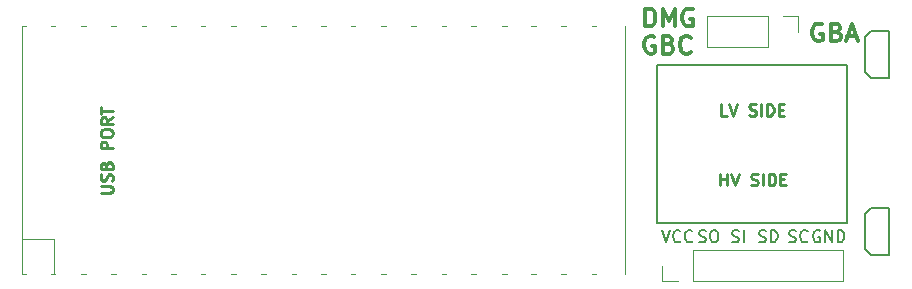
<source format=gto>
G04 #@! TF.GenerationSoftware,KiCad,Pcbnew,7.0.5*
G04 #@! TF.CreationDate,2023-06-08T21:36:19+09:00*
G04 #@! TF.ProjectId,game-boy-pico-link-board,67616d65-2d62-46f7-992d-7069636f2d6c,rev?*
G04 #@! TF.SameCoordinates,Original*
G04 #@! TF.FileFunction,Legend,Top*
G04 #@! TF.FilePolarity,Positive*
%FSLAX46Y46*%
G04 Gerber Fmt 4.6, Leading zero omitted, Abs format (unit mm)*
G04 Created by KiCad (PCBNEW 7.0.5) date 2023-06-08 21:36:19*
%MOMM*%
%LPD*%
G01*
G04 APERTURE LIST*
%ADD10C,0.200000*%
%ADD11C,0.250000*%
%ADD12C,0.150000*%
%ADD13C,0.300000*%
%ADD14C,0.127000*%
%ADD15C,0.120000*%
%ADD16R,1.700000X1.700000*%
%ADD17C,1.700000*%
%ADD18O,1.700000X1.700000*%
%ADD19O,1.800000X1.800000*%
%ADD20O,1.500000X1.500000*%
%ADD21R,1.700000X3.500000*%
%ADD22R,8.000000X2.000000*%
%ADD23R,5.000000X1.000000*%
G04 APERTURE END LIST*
D10*
X144900000Y-104775000D02*
X143400000Y-104775000D01*
X143400000Y-89800000D02*
X142900000Y-89300000D01*
X143400000Y-85800000D02*
X144900000Y-85800000D01*
X142900000Y-104275000D02*
X142900000Y-101275000D01*
X142900000Y-89300000D02*
X142900000Y-86300000D01*
X143400000Y-85800000D02*
X142900000Y-86300000D01*
X144900000Y-100775000D02*
X144900000Y-104775000D01*
X144900000Y-89800000D02*
X143400000Y-89800000D01*
X143400000Y-100775000D02*
X142900000Y-101275000D01*
X144900000Y-85800000D02*
X144900000Y-89800000D01*
X143400000Y-104775000D02*
X142900000Y-104275000D01*
X143400000Y-100775000D02*
X144900000Y-100775000D01*
D11*
X78164619Y-99497431D02*
X78974142Y-99497431D01*
X78974142Y-99497431D02*
X79069380Y-99449812D01*
X79069380Y-99449812D02*
X79117000Y-99402193D01*
X79117000Y-99402193D02*
X79164619Y-99306955D01*
X79164619Y-99306955D02*
X79164619Y-99116479D01*
X79164619Y-99116479D02*
X79117000Y-99021241D01*
X79117000Y-99021241D02*
X79069380Y-98973622D01*
X79069380Y-98973622D02*
X78974142Y-98926003D01*
X78974142Y-98926003D02*
X78164619Y-98926003D01*
X79117000Y-98497431D02*
X79164619Y-98354574D01*
X79164619Y-98354574D02*
X79164619Y-98116479D01*
X79164619Y-98116479D02*
X79117000Y-98021241D01*
X79117000Y-98021241D02*
X79069380Y-97973622D01*
X79069380Y-97973622D02*
X78974142Y-97926003D01*
X78974142Y-97926003D02*
X78878904Y-97926003D01*
X78878904Y-97926003D02*
X78783666Y-97973622D01*
X78783666Y-97973622D02*
X78736047Y-98021241D01*
X78736047Y-98021241D02*
X78688428Y-98116479D01*
X78688428Y-98116479D02*
X78640809Y-98306955D01*
X78640809Y-98306955D02*
X78593190Y-98402193D01*
X78593190Y-98402193D02*
X78545571Y-98449812D01*
X78545571Y-98449812D02*
X78450333Y-98497431D01*
X78450333Y-98497431D02*
X78355095Y-98497431D01*
X78355095Y-98497431D02*
X78259857Y-98449812D01*
X78259857Y-98449812D02*
X78212238Y-98402193D01*
X78212238Y-98402193D02*
X78164619Y-98306955D01*
X78164619Y-98306955D02*
X78164619Y-98068860D01*
X78164619Y-98068860D02*
X78212238Y-97926003D01*
X78640809Y-97164098D02*
X78688428Y-97021241D01*
X78688428Y-97021241D02*
X78736047Y-96973622D01*
X78736047Y-96973622D02*
X78831285Y-96926003D01*
X78831285Y-96926003D02*
X78974142Y-96926003D01*
X78974142Y-96926003D02*
X79069380Y-96973622D01*
X79069380Y-96973622D02*
X79117000Y-97021241D01*
X79117000Y-97021241D02*
X79164619Y-97116479D01*
X79164619Y-97116479D02*
X79164619Y-97497431D01*
X79164619Y-97497431D02*
X78164619Y-97497431D01*
X78164619Y-97497431D02*
X78164619Y-97164098D01*
X78164619Y-97164098D02*
X78212238Y-97068860D01*
X78212238Y-97068860D02*
X78259857Y-97021241D01*
X78259857Y-97021241D02*
X78355095Y-96973622D01*
X78355095Y-96973622D02*
X78450333Y-96973622D01*
X78450333Y-96973622D02*
X78545571Y-97021241D01*
X78545571Y-97021241D02*
X78593190Y-97068860D01*
X78593190Y-97068860D02*
X78640809Y-97164098D01*
X78640809Y-97164098D02*
X78640809Y-97497431D01*
X79164619Y-95735526D02*
X78164619Y-95735526D01*
X78164619Y-95735526D02*
X78164619Y-95354574D01*
X78164619Y-95354574D02*
X78212238Y-95259336D01*
X78212238Y-95259336D02*
X78259857Y-95211717D01*
X78259857Y-95211717D02*
X78355095Y-95164098D01*
X78355095Y-95164098D02*
X78497952Y-95164098D01*
X78497952Y-95164098D02*
X78593190Y-95211717D01*
X78593190Y-95211717D02*
X78640809Y-95259336D01*
X78640809Y-95259336D02*
X78688428Y-95354574D01*
X78688428Y-95354574D02*
X78688428Y-95735526D01*
X78164619Y-94545050D02*
X78164619Y-94354574D01*
X78164619Y-94354574D02*
X78212238Y-94259336D01*
X78212238Y-94259336D02*
X78307476Y-94164098D01*
X78307476Y-94164098D02*
X78497952Y-94116479D01*
X78497952Y-94116479D02*
X78831285Y-94116479D01*
X78831285Y-94116479D02*
X79021761Y-94164098D01*
X79021761Y-94164098D02*
X79117000Y-94259336D01*
X79117000Y-94259336D02*
X79164619Y-94354574D01*
X79164619Y-94354574D02*
X79164619Y-94545050D01*
X79164619Y-94545050D02*
X79117000Y-94640288D01*
X79117000Y-94640288D02*
X79021761Y-94735526D01*
X79021761Y-94735526D02*
X78831285Y-94783145D01*
X78831285Y-94783145D02*
X78497952Y-94783145D01*
X78497952Y-94783145D02*
X78307476Y-94735526D01*
X78307476Y-94735526D02*
X78212238Y-94640288D01*
X78212238Y-94640288D02*
X78164619Y-94545050D01*
X79164619Y-93116479D02*
X78688428Y-93449812D01*
X79164619Y-93687907D02*
X78164619Y-93687907D01*
X78164619Y-93687907D02*
X78164619Y-93306955D01*
X78164619Y-93306955D02*
X78212238Y-93211717D01*
X78212238Y-93211717D02*
X78259857Y-93164098D01*
X78259857Y-93164098D02*
X78355095Y-93116479D01*
X78355095Y-93116479D02*
X78497952Y-93116479D01*
X78497952Y-93116479D02*
X78593190Y-93164098D01*
X78593190Y-93164098D02*
X78640809Y-93211717D01*
X78640809Y-93211717D02*
X78688428Y-93306955D01*
X78688428Y-93306955D02*
X78688428Y-93687907D01*
X78164619Y-92830764D02*
X78164619Y-92259336D01*
X79164619Y-92545050D02*
X78164619Y-92545050D01*
D12*
X131607160Y-103622200D02*
X131750017Y-103669819D01*
X131750017Y-103669819D02*
X131988112Y-103669819D01*
X131988112Y-103669819D02*
X132083350Y-103622200D01*
X132083350Y-103622200D02*
X132130969Y-103574580D01*
X132130969Y-103574580D02*
X132178588Y-103479342D01*
X132178588Y-103479342D02*
X132178588Y-103384104D01*
X132178588Y-103384104D02*
X132130969Y-103288866D01*
X132130969Y-103288866D02*
X132083350Y-103241247D01*
X132083350Y-103241247D02*
X131988112Y-103193628D01*
X131988112Y-103193628D02*
X131797636Y-103146009D01*
X131797636Y-103146009D02*
X131702398Y-103098390D01*
X131702398Y-103098390D02*
X131654779Y-103050771D01*
X131654779Y-103050771D02*
X131607160Y-102955533D01*
X131607160Y-102955533D02*
X131607160Y-102860295D01*
X131607160Y-102860295D02*
X131654779Y-102765057D01*
X131654779Y-102765057D02*
X131702398Y-102717438D01*
X131702398Y-102717438D02*
X131797636Y-102669819D01*
X131797636Y-102669819D02*
X132035731Y-102669819D01*
X132035731Y-102669819D02*
X132178588Y-102717438D01*
X132607160Y-103669819D02*
X132607160Y-102669819D01*
X139036588Y-102717438D02*
X138941350Y-102669819D01*
X138941350Y-102669819D02*
X138798493Y-102669819D01*
X138798493Y-102669819D02*
X138655636Y-102717438D01*
X138655636Y-102717438D02*
X138560398Y-102812676D01*
X138560398Y-102812676D02*
X138512779Y-102907914D01*
X138512779Y-102907914D02*
X138465160Y-103098390D01*
X138465160Y-103098390D02*
X138465160Y-103241247D01*
X138465160Y-103241247D02*
X138512779Y-103431723D01*
X138512779Y-103431723D02*
X138560398Y-103526961D01*
X138560398Y-103526961D02*
X138655636Y-103622200D01*
X138655636Y-103622200D02*
X138798493Y-103669819D01*
X138798493Y-103669819D02*
X138893731Y-103669819D01*
X138893731Y-103669819D02*
X139036588Y-103622200D01*
X139036588Y-103622200D02*
X139084207Y-103574580D01*
X139084207Y-103574580D02*
X139084207Y-103241247D01*
X139084207Y-103241247D02*
X138893731Y-103241247D01*
X139512779Y-103669819D02*
X139512779Y-102669819D01*
X139512779Y-102669819D02*
X140084207Y-103669819D01*
X140084207Y-103669819D02*
X140084207Y-102669819D01*
X140560398Y-103669819D02*
X140560398Y-102669819D01*
X140560398Y-102669819D02*
X140798493Y-102669819D01*
X140798493Y-102669819D02*
X140941350Y-102717438D01*
X140941350Y-102717438D02*
X141036588Y-102812676D01*
X141036588Y-102812676D02*
X141084207Y-102907914D01*
X141084207Y-102907914D02*
X141131826Y-103098390D01*
X141131826Y-103098390D02*
X141131826Y-103241247D01*
X141131826Y-103241247D02*
X141084207Y-103431723D01*
X141084207Y-103431723D02*
X141036588Y-103526961D01*
X141036588Y-103526961D02*
X140941350Y-103622200D01*
X140941350Y-103622200D02*
X140798493Y-103669819D01*
X140798493Y-103669819D02*
X140560398Y-103669819D01*
X128813160Y-103622200D02*
X128956017Y-103669819D01*
X128956017Y-103669819D02*
X129194112Y-103669819D01*
X129194112Y-103669819D02*
X129289350Y-103622200D01*
X129289350Y-103622200D02*
X129336969Y-103574580D01*
X129336969Y-103574580D02*
X129384588Y-103479342D01*
X129384588Y-103479342D02*
X129384588Y-103384104D01*
X129384588Y-103384104D02*
X129336969Y-103288866D01*
X129336969Y-103288866D02*
X129289350Y-103241247D01*
X129289350Y-103241247D02*
X129194112Y-103193628D01*
X129194112Y-103193628D02*
X129003636Y-103146009D01*
X129003636Y-103146009D02*
X128908398Y-103098390D01*
X128908398Y-103098390D02*
X128860779Y-103050771D01*
X128860779Y-103050771D02*
X128813160Y-102955533D01*
X128813160Y-102955533D02*
X128813160Y-102860295D01*
X128813160Y-102860295D02*
X128860779Y-102765057D01*
X128860779Y-102765057D02*
X128908398Y-102717438D01*
X128908398Y-102717438D02*
X129003636Y-102669819D01*
X129003636Y-102669819D02*
X129241731Y-102669819D01*
X129241731Y-102669819D02*
X129384588Y-102717438D01*
X130003636Y-102669819D02*
X130194112Y-102669819D01*
X130194112Y-102669819D02*
X130289350Y-102717438D01*
X130289350Y-102717438D02*
X130384588Y-102812676D01*
X130384588Y-102812676D02*
X130432207Y-103003152D01*
X130432207Y-103003152D02*
X130432207Y-103336485D01*
X130432207Y-103336485D02*
X130384588Y-103526961D01*
X130384588Y-103526961D02*
X130289350Y-103622200D01*
X130289350Y-103622200D02*
X130194112Y-103669819D01*
X130194112Y-103669819D02*
X130003636Y-103669819D01*
X130003636Y-103669819D02*
X129908398Y-103622200D01*
X129908398Y-103622200D02*
X129813160Y-103526961D01*
X129813160Y-103526961D02*
X129765541Y-103336485D01*
X129765541Y-103336485D02*
X129765541Y-103003152D01*
X129765541Y-103003152D02*
X129813160Y-102812676D01*
X129813160Y-102812676D02*
X129908398Y-102717438D01*
X129908398Y-102717438D02*
X130003636Y-102669819D01*
X133893160Y-103622200D02*
X134036017Y-103669819D01*
X134036017Y-103669819D02*
X134274112Y-103669819D01*
X134274112Y-103669819D02*
X134369350Y-103622200D01*
X134369350Y-103622200D02*
X134416969Y-103574580D01*
X134416969Y-103574580D02*
X134464588Y-103479342D01*
X134464588Y-103479342D02*
X134464588Y-103384104D01*
X134464588Y-103384104D02*
X134416969Y-103288866D01*
X134416969Y-103288866D02*
X134369350Y-103241247D01*
X134369350Y-103241247D02*
X134274112Y-103193628D01*
X134274112Y-103193628D02*
X134083636Y-103146009D01*
X134083636Y-103146009D02*
X133988398Y-103098390D01*
X133988398Y-103098390D02*
X133940779Y-103050771D01*
X133940779Y-103050771D02*
X133893160Y-102955533D01*
X133893160Y-102955533D02*
X133893160Y-102860295D01*
X133893160Y-102860295D02*
X133940779Y-102765057D01*
X133940779Y-102765057D02*
X133988398Y-102717438D01*
X133988398Y-102717438D02*
X134083636Y-102669819D01*
X134083636Y-102669819D02*
X134321731Y-102669819D01*
X134321731Y-102669819D02*
X134464588Y-102717438D01*
X134893160Y-103669819D02*
X134893160Y-102669819D01*
X134893160Y-102669819D02*
X135131255Y-102669819D01*
X135131255Y-102669819D02*
X135274112Y-102717438D01*
X135274112Y-102717438D02*
X135369350Y-102812676D01*
X135369350Y-102812676D02*
X135416969Y-102907914D01*
X135416969Y-102907914D02*
X135464588Y-103098390D01*
X135464588Y-103098390D02*
X135464588Y-103241247D01*
X135464588Y-103241247D02*
X135416969Y-103431723D01*
X135416969Y-103431723D02*
X135369350Y-103526961D01*
X135369350Y-103526961D02*
X135274112Y-103622200D01*
X135274112Y-103622200D02*
X135131255Y-103669819D01*
X135131255Y-103669819D02*
X134893160Y-103669819D01*
D13*
X124267510Y-85400828D02*
X124267510Y-83900828D01*
X124267510Y-83900828D02*
X124624653Y-83900828D01*
X124624653Y-83900828D02*
X124838939Y-83972257D01*
X124838939Y-83972257D02*
X124981796Y-84115114D01*
X124981796Y-84115114D02*
X125053225Y-84257971D01*
X125053225Y-84257971D02*
X125124653Y-84543685D01*
X125124653Y-84543685D02*
X125124653Y-84757971D01*
X125124653Y-84757971D02*
X125053225Y-85043685D01*
X125053225Y-85043685D02*
X124981796Y-85186542D01*
X124981796Y-85186542D02*
X124838939Y-85329400D01*
X124838939Y-85329400D02*
X124624653Y-85400828D01*
X124624653Y-85400828D02*
X124267510Y-85400828D01*
X125767510Y-85400828D02*
X125767510Y-83900828D01*
X125767510Y-83900828D02*
X126267510Y-84972257D01*
X126267510Y-84972257D02*
X126767510Y-83900828D01*
X126767510Y-83900828D02*
X126767510Y-85400828D01*
X128267511Y-83972257D02*
X128124654Y-83900828D01*
X128124654Y-83900828D02*
X127910368Y-83900828D01*
X127910368Y-83900828D02*
X127696082Y-83972257D01*
X127696082Y-83972257D02*
X127553225Y-84115114D01*
X127553225Y-84115114D02*
X127481796Y-84257971D01*
X127481796Y-84257971D02*
X127410368Y-84543685D01*
X127410368Y-84543685D02*
X127410368Y-84757971D01*
X127410368Y-84757971D02*
X127481796Y-85043685D01*
X127481796Y-85043685D02*
X127553225Y-85186542D01*
X127553225Y-85186542D02*
X127696082Y-85329400D01*
X127696082Y-85329400D02*
X127910368Y-85400828D01*
X127910368Y-85400828D02*
X128053225Y-85400828D01*
X128053225Y-85400828D02*
X128267511Y-85329400D01*
X128267511Y-85329400D02*
X128338939Y-85257971D01*
X128338939Y-85257971D02*
X128338939Y-84757971D01*
X128338939Y-84757971D02*
X128053225Y-84757971D01*
D11*
X131178758Y-92964619D02*
X130702568Y-92964619D01*
X130702568Y-92964619D02*
X130702568Y-91964619D01*
X131369235Y-91964619D02*
X131702568Y-92964619D01*
X131702568Y-92964619D02*
X132035901Y-91964619D01*
X133083521Y-92917000D02*
X133226378Y-92964619D01*
X133226378Y-92964619D02*
X133464473Y-92964619D01*
X133464473Y-92964619D02*
X133559711Y-92917000D01*
X133559711Y-92917000D02*
X133607330Y-92869380D01*
X133607330Y-92869380D02*
X133654949Y-92774142D01*
X133654949Y-92774142D02*
X133654949Y-92678904D01*
X133654949Y-92678904D02*
X133607330Y-92583666D01*
X133607330Y-92583666D02*
X133559711Y-92536047D01*
X133559711Y-92536047D02*
X133464473Y-92488428D01*
X133464473Y-92488428D02*
X133273997Y-92440809D01*
X133273997Y-92440809D02*
X133178759Y-92393190D01*
X133178759Y-92393190D02*
X133131140Y-92345571D01*
X133131140Y-92345571D02*
X133083521Y-92250333D01*
X133083521Y-92250333D02*
X133083521Y-92155095D01*
X133083521Y-92155095D02*
X133131140Y-92059857D01*
X133131140Y-92059857D02*
X133178759Y-92012238D01*
X133178759Y-92012238D02*
X133273997Y-91964619D01*
X133273997Y-91964619D02*
X133512092Y-91964619D01*
X133512092Y-91964619D02*
X133654949Y-92012238D01*
X134083521Y-92964619D02*
X134083521Y-91964619D01*
X134559711Y-92964619D02*
X134559711Y-91964619D01*
X134559711Y-91964619D02*
X134797806Y-91964619D01*
X134797806Y-91964619D02*
X134940663Y-92012238D01*
X134940663Y-92012238D02*
X135035901Y-92107476D01*
X135035901Y-92107476D02*
X135083520Y-92202714D01*
X135083520Y-92202714D02*
X135131139Y-92393190D01*
X135131139Y-92393190D02*
X135131139Y-92536047D01*
X135131139Y-92536047D02*
X135083520Y-92726523D01*
X135083520Y-92726523D02*
X135035901Y-92821761D01*
X135035901Y-92821761D02*
X134940663Y-92917000D01*
X134940663Y-92917000D02*
X134797806Y-92964619D01*
X134797806Y-92964619D02*
X134559711Y-92964619D01*
X135559711Y-92440809D02*
X135893044Y-92440809D01*
X136035901Y-92964619D02*
X135559711Y-92964619D01*
X135559711Y-92964619D02*
X135559711Y-91964619D01*
X135559711Y-91964619D02*
X136035901Y-91964619D01*
X130602568Y-98864619D02*
X130602568Y-97864619D01*
X130602568Y-98340809D02*
X131173996Y-98340809D01*
X131173996Y-98864619D02*
X131173996Y-97864619D01*
X131507330Y-97864619D02*
X131840663Y-98864619D01*
X131840663Y-98864619D02*
X132173996Y-97864619D01*
X133221616Y-98817000D02*
X133364473Y-98864619D01*
X133364473Y-98864619D02*
X133602568Y-98864619D01*
X133602568Y-98864619D02*
X133697806Y-98817000D01*
X133697806Y-98817000D02*
X133745425Y-98769380D01*
X133745425Y-98769380D02*
X133793044Y-98674142D01*
X133793044Y-98674142D02*
X133793044Y-98578904D01*
X133793044Y-98578904D02*
X133745425Y-98483666D01*
X133745425Y-98483666D02*
X133697806Y-98436047D01*
X133697806Y-98436047D02*
X133602568Y-98388428D01*
X133602568Y-98388428D02*
X133412092Y-98340809D01*
X133412092Y-98340809D02*
X133316854Y-98293190D01*
X133316854Y-98293190D02*
X133269235Y-98245571D01*
X133269235Y-98245571D02*
X133221616Y-98150333D01*
X133221616Y-98150333D02*
X133221616Y-98055095D01*
X133221616Y-98055095D02*
X133269235Y-97959857D01*
X133269235Y-97959857D02*
X133316854Y-97912238D01*
X133316854Y-97912238D02*
X133412092Y-97864619D01*
X133412092Y-97864619D02*
X133650187Y-97864619D01*
X133650187Y-97864619D02*
X133793044Y-97912238D01*
X134221616Y-98864619D02*
X134221616Y-97864619D01*
X134697806Y-98864619D02*
X134697806Y-97864619D01*
X134697806Y-97864619D02*
X134935901Y-97864619D01*
X134935901Y-97864619D02*
X135078758Y-97912238D01*
X135078758Y-97912238D02*
X135173996Y-98007476D01*
X135173996Y-98007476D02*
X135221615Y-98102714D01*
X135221615Y-98102714D02*
X135269234Y-98293190D01*
X135269234Y-98293190D02*
X135269234Y-98436047D01*
X135269234Y-98436047D02*
X135221615Y-98626523D01*
X135221615Y-98626523D02*
X135173996Y-98721761D01*
X135173996Y-98721761D02*
X135078758Y-98817000D01*
X135078758Y-98817000D02*
X134935901Y-98864619D01*
X134935901Y-98864619D02*
X134697806Y-98864619D01*
X135697806Y-98340809D02*
X136031139Y-98340809D01*
X136173996Y-98864619D02*
X135697806Y-98864619D01*
X135697806Y-98864619D02*
X135697806Y-97864619D01*
X135697806Y-97864619D02*
X136173996Y-97864619D01*
D12*
X136433160Y-103622200D02*
X136576017Y-103669819D01*
X136576017Y-103669819D02*
X136814112Y-103669819D01*
X136814112Y-103669819D02*
X136909350Y-103622200D01*
X136909350Y-103622200D02*
X136956969Y-103574580D01*
X136956969Y-103574580D02*
X137004588Y-103479342D01*
X137004588Y-103479342D02*
X137004588Y-103384104D01*
X137004588Y-103384104D02*
X136956969Y-103288866D01*
X136956969Y-103288866D02*
X136909350Y-103241247D01*
X136909350Y-103241247D02*
X136814112Y-103193628D01*
X136814112Y-103193628D02*
X136623636Y-103146009D01*
X136623636Y-103146009D02*
X136528398Y-103098390D01*
X136528398Y-103098390D02*
X136480779Y-103050771D01*
X136480779Y-103050771D02*
X136433160Y-102955533D01*
X136433160Y-102955533D02*
X136433160Y-102860295D01*
X136433160Y-102860295D02*
X136480779Y-102765057D01*
X136480779Y-102765057D02*
X136528398Y-102717438D01*
X136528398Y-102717438D02*
X136623636Y-102669819D01*
X136623636Y-102669819D02*
X136861731Y-102669819D01*
X136861731Y-102669819D02*
X137004588Y-102717438D01*
X138004588Y-103574580D02*
X137956969Y-103622200D01*
X137956969Y-103622200D02*
X137814112Y-103669819D01*
X137814112Y-103669819D02*
X137718874Y-103669819D01*
X137718874Y-103669819D02*
X137576017Y-103622200D01*
X137576017Y-103622200D02*
X137480779Y-103526961D01*
X137480779Y-103526961D02*
X137433160Y-103431723D01*
X137433160Y-103431723D02*
X137385541Y-103241247D01*
X137385541Y-103241247D02*
X137385541Y-103098390D01*
X137385541Y-103098390D02*
X137433160Y-102907914D01*
X137433160Y-102907914D02*
X137480779Y-102812676D01*
X137480779Y-102812676D02*
X137576017Y-102717438D01*
X137576017Y-102717438D02*
X137718874Y-102669819D01*
X137718874Y-102669819D02*
X137814112Y-102669819D01*
X137814112Y-102669819D02*
X137956969Y-102717438D01*
X137956969Y-102717438D02*
X138004588Y-102765057D01*
X125669922Y-102669819D02*
X126003255Y-103669819D01*
X126003255Y-103669819D02*
X126336588Y-102669819D01*
X127241350Y-103574580D02*
X127193731Y-103622200D01*
X127193731Y-103622200D02*
X127050874Y-103669819D01*
X127050874Y-103669819D02*
X126955636Y-103669819D01*
X126955636Y-103669819D02*
X126812779Y-103622200D01*
X126812779Y-103622200D02*
X126717541Y-103526961D01*
X126717541Y-103526961D02*
X126669922Y-103431723D01*
X126669922Y-103431723D02*
X126622303Y-103241247D01*
X126622303Y-103241247D02*
X126622303Y-103098390D01*
X126622303Y-103098390D02*
X126669922Y-102907914D01*
X126669922Y-102907914D02*
X126717541Y-102812676D01*
X126717541Y-102812676D02*
X126812779Y-102717438D01*
X126812779Y-102717438D02*
X126955636Y-102669819D01*
X126955636Y-102669819D02*
X127050874Y-102669819D01*
X127050874Y-102669819D02*
X127193731Y-102717438D01*
X127193731Y-102717438D02*
X127241350Y-102765057D01*
X128241350Y-103574580D02*
X128193731Y-103622200D01*
X128193731Y-103622200D02*
X128050874Y-103669819D01*
X128050874Y-103669819D02*
X127955636Y-103669819D01*
X127955636Y-103669819D02*
X127812779Y-103622200D01*
X127812779Y-103622200D02*
X127717541Y-103526961D01*
X127717541Y-103526961D02*
X127669922Y-103431723D01*
X127669922Y-103431723D02*
X127622303Y-103241247D01*
X127622303Y-103241247D02*
X127622303Y-103098390D01*
X127622303Y-103098390D02*
X127669922Y-102907914D01*
X127669922Y-102907914D02*
X127717541Y-102812676D01*
X127717541Y-102812676D02*
X127812779Y-102717438D01*
X127812779Y-102717438D02*
X127955636Y-102669819D01*
X127955636Y-102669819D02*
X128050874Y-102669819D01*
X128050874Y-102669819D02*
X128193731Y-102717438D01*
X128193731Y-102717438D02*
X128241350Y-102765057D01*
D13*
X125040225Y-86272257D02*
X124897368Y-86200828D01*
X124897368Y-86200828D02*
X124683082Y-86200828D01*
X124683082Y-86200828D02*
X124468796Y-86272257D01*
X124468796Y-86272257D02*
X124325939Y-86415114D01*
X124325939Y-86415114D02*
X124254510Y-86557971D01*
X124254510Y-86557971D02*
X124183082Y-86843685D01*
X124183082Y-86843685D02*
X124183082Y-87057971D01*
X124183082Y-87057971D02*
X124254510Y-87343685D01*
X124254510Y-87343685D02*
X124325939Y-87486542D01*
X124325939Y-87486542D02*
X124468796Y-87629400D01*
X124468796Y-87629400D02*
X124683082Y-87700828D01*
X124683082Y-87700828D02*
X124825939Y-87700828D01*
X124825939Y-87700828D02*
X125040225Y-87629400D01*
X125040225Y-87629400D02*
X125111653Y-87557971D01*
X125111653Y-87557971D02*
X125111653Y-87057971D01*
X125111653Y-87057971D02*
X124825939Y-87057971D01*
X126254510Y-86915114D02*
X126468796Y-86986542D01*
X126468796Y-86986542D02*
X126540225Y-87057971D01*
X126540225Y-87057971D02*
X126611653Y-87200828D01*
X126611653Y-87200828D02*
X126611653Y-87415114D01*
X126611653Y-87415114D02*
X126540225Y-87557971D01*
X126540225Y-87557971D02*
X126468796Y-87629400D01*
X126468796Y-87629400D02*
X126325939Y-87700828D01*
X126325939Y-87700828D02*
X125754510Y-87700828D01*
X125754510Y-87700828D02*
X125754510Y-86200828D01*
X125754510Y-86200828D02*
X126254510Y-86200828D01*
X126254510Y-86200828D02*
X126397368Y-86272257D01*
X126397368Y-86272257D02*
X126468796Y-86343685D01*
X126468796Y-86343685D02*
X126540225Y-86486542D01*
X126540225Y-86486542D02*
X126540225Y-86629400D01*
X126540225Y-86629400D02*
X126468796Y-86772257D01*
X126468796Y-86772257D02*
X126397368Y-86843685D01*
X126397368Y-86843685D02*
X126254510Y-86915114D01*
X126254510Y-86915114D02*
X125754510Y-86915114D01*
X128111653Y-87557971D02*
X128040225Y-87629400D01*
X128040225Y-87629400D02*
X127825939Y-87700828D01*
X127825939Y-87700828D02*
X127683082Y-87700828D01*
X127683082Y-87700828D02*
X127468796Y-87629400D01*
X127468796Y-87629400D02*
X127325939Y-87486542D01*
X127325939Y-87486542D02*
X127254510Y-87343685D01*
X127254510Y-87343685D02*
X127183082Y-87057971D01*
X127183082Y-87057971D02*
X127183082Y-86843685D01*
X127183082Y-86843685D02*
X127254510Y-86557971D01*
X127254510Y-86557971D02*
X127325939Y-86415114D01*
X127325939Y-86415114D02*
X127468796Y-86272257D01*
X127468796Y-86272257D02*
X127683082Y-86200828D01*
X127683082Y-86200828D02*
X127825939Y-86200828D01*
X127825939Y-86200828D02*
X128040225Y-86272257D01*
X128040225Y-86272257D02*
X128111653Y-86343685D01*
X139240225Y-85240257D02*
X139097368Y-85168828D01*
X139097368Y-85168828D02*
X138883082Y-85168828D01*
X138883082Y-85168828D02*
X138668796Y-85240257D01*
X138668796Y-85240257D02*
X138525939Y-85383114D01*
X138525939Y-85383114D02*
X138454510Y-85525971D01*
X138454510Y-85525971D02*
X138383082Y-85811685D01*
X138383082Y-85811685D02*
X138383082Y-86025971D01*
X138383082Y-86025971D02*
X138454510Y-86311685D01*
X138454510Y-86311685D02*
X138525939Y-86454542D01*
X138525939Y-86454542D02*
X138668796Y-86597400D01*
X138668796Y-86597400D02*
X138883082Y-86668828D01*
X138883082Y-86668828D02*
X139025939Y-86668828D01*
X139025939Y-86668828D02*
X139240225Y-86597400D01*
X139240225Y-86597400D02*
X139311653Y-86525971D01*
X139311653Y-86525971D02*
X139311653Y-86025971D01*
X139311653Y-86025971D02*
X139025939Y-86025971D01*
X140454510Y-85883114D02*
X140668796Y-85954542D01*
X140668796Y-85954542D02*
X140740225Y-86025971D01*
X140740225Y-86025971D02*
X140811653Y-86168828D01*
X140811653Y-86168828D02*
X140811653Y-86383114D01*
X140811653Y-86383114D02*
X140740225Y-86525971D01*
X140740225Y-86525971D02*
X140668796Y-86597400D01*
X140668796Y-86597400D02*
X140525939Y-86668828D01*
X140525939Y-86668828D02*
X139954510Y-86668828D01*
X139954510Y-86668828D02*
X139954510Y-85168828D01*
X139954510Y-85168828D02*
X140454510Y-85168828D01*
X140454510Y-85168828D02*
X140597368Y-85240257D01*
X140597368Y-85240257D02*
X140668796Y-85311685D01*
X140668796Y-85311685D02*
X140740225Y-85454542D01*
X140740225Y-85454542D02*
X140740225Y-85597400D01*
X140740225Y-85597400D02*
X140668796Y-85740257D01*
X140668796Y-85740257D02*
X140597368Y-85811685D01*
X140597368Y-85811685D02*
X140454510Y-85883114D01*
X140454510Y-85883114D02*
X139954510Y-85883114D01*
X141383082Y-86240257D02*
X142097368Y-86240257D01*
X141240225Y-86668828D02*
X141740225Y-85168828D01*
X141740225Y-85168828D02*
X142240225Y-86668828D01*
D14*
X141345000Y-88713000D02*
X141345000Y-102043000D01*
X125295000Y-88713000D02*
X141345000Y-88713000D01*
X141345000Y-102043000D02*
X125295000Y-102043000D01*
X125295000Y-102043000D02*
X125295000Y-88713000D01*
D15*
X137220000Y-84522000D02*
X137220000Y-85852000D01*
X135890000Y-84522000D02*
X137220000Y-84522000D01*
X134620000Y-84522000D02*
X129480000Y-84522000D01*
X134620000Y-84522000D02*
X134620000Y-87182000D01*
X129480000Y-84522000D02*
X129480000Y-87182000D01*
X134620000Y-87182000D02*
X129480000Y-87182000D01*
X125670000Y-106994000D02*
X125670000Y-105664000D01*
X127000000Y-106994000D02*
X125670000Y-106994000D01*
X128270000Y-106994000D02*
X141030000Y-106994000D01*
X128270000Y-106994000D02*
X128270000Y-104334000D01*
X141030000Y-106994000D02*
X141030000Y-104334000D01*
X128270000Y-104334000D02*
X141030000Y-104334000D01*
X71530000Y-106385000D02*
X71830000Y-106385000D01*
X71530000Y-106385000D02*
X71530000Y-85385000D01*
X73930000Y-106385000D02*
X74330000Y-106385000D01*
X74197000Y-106385000D02*
X74197000Y-103378000D01*
X76530000Y-106385000D02*
X76930000Y-106385000D01*
X79030000Y-106385000D02*
X79430000Y-106385000D01*
X81630000Y-106385000D02*
X82030000Y-106385000D01*
X84130000Y-106385000D02*
X84530000Y-106385000D01*
X86630000Y-106385000D02*
X87030000Y-106385000D01*
X89230000Y-106385000D02*
X89630000Y-106385000D01*
X91730000Y-106385000D02*
X92130000Y-106385000D01*
X94330000Y-106385000D02*
X94730000Y-106385000D01*
X96830000Y-106385000D02*
X97230000Y-106385000D01*
X99330000Y-106385000D02*
X99730000Y-106385000D01*
X101930000Y-106385000D02*
X102330000Y-106385000D01*
X104430000Y-106385000D02*
X104830000Y-106385000D01*
X107030000Y-106385000D02*
X107430000Y-106385000D01*
X109530000Y-106385000D02*
X109930000Y-106385000D01*
X112130000Y-106385000D02*
X112530000Y-106385000D01*
X114630000Y-106385000D02*
X115030000Y-106385000D01*
X117130000Y-106385000D02*
X117530000Y-106385000D01*
X119730000Y-106385000D02*
X120130000Y-106385000D01*
X74197000Y-103378000D02*
X71530000Y-103378000D01*
X71530000Y-85385000D02*
X71830000Y-85385000D01*
X73930000Y-85385000D02*
X74330000Y-85385000D01*
X76530000Y-85385000D02*
X76930000Y-85385000D01*
X79030000Y-85385000D02*
X79430000Y-85385000D01*
X81630000Y-85385000D02*
X82030000Y-85385000D01*
X84130000Y-85385000D02*
X84530000Y-85385000D01*
X86630000Y-85385000D02*
X87030000Y-85385000D01*
X89230000Y-85385000D02*
X89630000Y-85385000D01*
X91730000Y-85385000D02*
X92130000Y-85385000D01*
X94330000Y-85385000D02*
X94730000Y-85385000D01*
X96830000Y-85385000D02*
X97230000Y-85385000D01*
X99330000Y-85385000D02*
X99730000Y-85385000D01*
X101930000Y-85385000D02*
X102330000Y-85385000D01*
X104430000Y-85385000D02*
X104830000Y-85385000D01*
X107030000Y-85385000D02*
X107430000Y-85385000D01*
X109530000Y-85385000D02*
X109930000Y-85385000D01*
X112130000Y-85385000D02*
X112530000Y-85385000D01*
X114630000Y-85385000D02*
X115030000Y-85385000D01*
X117130000Y-85385000D02*
X117530000Y-85385000D01*
X119730000Y-85385000D02*
X120130000Y-85385000D01*
X122530000Y-85385000D02*
X122530000Y-106385000D01*
%LPC*%
D16*
X139670000Y-90298000D03*
D17*
X137130000Y-90298000D03*
X134590000Y-90298000D03*
X132050000Y-90298000D03*
X129510000Y-90298000D03*
X126970000Y-90298000D03*
X139670000Y-100458000D03*
X137130000Y-100458000D03*
X134590000Y-100458000D03*
X132050000Y-100458000D03*
X129510000Y-100458000D03*
X126970000Y-100458000D03*
D16*
X135890000Y-85852000D03*
D18*
X133350000Y-85852000D03*
X130810000Y-85852000D03*
D16*
X127000000Y-105664000D03*
D18*
X129540000Y-105664000D03*
X132080000Y-105664000D03*
X134620000Y-105664000D03*
X137160000Y-105664000D03*
X139700000Y-105664000D03*
D19*
X73030000Y-98610000D03*
D20*
X76060000Y-98310000D03*
X76060000Y-93460000D03*
D19*
X73030000Y-93160000D03*
D18*
X72900000Y-104775000D03*
D21*
X72900000Y-105675000D03*
D18*
X75440000Y-104775000D03*
D21*
X75440000Y-105675000D03*
D16*
X77980000Y-104775000D03*
D21*
X77980000Y-105675000D03*
D18*
X80520000Y-104775000D03*
D21*
X80520000Y-105675000D03*
D18*
X83060000Y-104775000D03*
D21*
X83060000Y-105675000D03*
D18*
X85600000Y-104775000D03*
D21*
X85600000Y-105675000D03*
D18*
X88140000Y-104775000D03*
D21*
X88140000Y-105675000D03*
D16*
X90680000Y-104775000D03*
D21*
X90680000Y-105675000D03*
D18*
X93220000Y-104775000D03*
D21*
X93220000Y-105675000D03*
D18*
X95760000Y-104775000D03*
D21*
X95760000Y-105675000D03*
D18*
X98300000Y-104775000D03*
D21*
X98300000Y-105675000D03*
D18*
X100840000Y-104775000D03*
D21*
X100840000Y-105675000D03*
D16*
X103380000Y-104775000D03*
D21*
X103380000Y-105675000D03*
D18*
X105920000Y-104775000D03*
D21*
X105920000Y-105675000D03*
D18*
X108460000Y-104775000D03*
D21*
X108460000Y-105675000D03*
D18*
X111000000Y-104775000D03*
D21*
X111000000Y-105675000D03*
D18*
X113540000Y-104775000D03*
D21*
X113540000Y-105675000D03*
D16*
X116080000Y-104775000D03*
D21*
X116080000Y-105675000D03*
D18*
X118620000Y-104775000D03*
D21*
X118620000Y-105675000D03*
D18*
X121160000Y-104775000D03*
D21*
X121160000Y-105675000D03*
D18*
X121160000Y-86995000D03*
D21*
X121160000Y-86095000D03*
D18*
X118620000Y-86995000D03*
D21*
X118620000Y-86095000D03*
D16*
X116080000Y-86995000D03*
D21*
X116080000Y-86095000D03*
D18*
X113540000Y-86995000D03*
D21*
X113540000Y-86095000D03*
D18*
X111000000Y-86995000D03*
D21*
X111000000Y-86095000D03*
D18*
X108460000Y-86995000D03*
D21*
X108460000Y-86095000D03*
D18*
X105920000Y-86995000D03*
D21*
X105920000Y-86095000D03*
D16*
X103380000Y-86995000D03*
D21*
X103380000Y-86095000D03*
D18*
X100840000Y-86995000D03*
D21*
X100840000Y-86095000D03*
D18*
X98300000Y-86995000D03*
D21*
X98300000Y-86095000D03*
D18*
X95760000Y-86995000D03*
D21*
X95760000Y-86095000D03*
D18*
X93220000Y-86995000D03*
D21*
X93220000Y-86095000D03*
D16*
X90680000Y-86995000D03*
D21*
X90680000Y-86095000D03*
D18*
X88140000Y-86995000D03*
D21*
X88140000Y-86095000D03*
D18*
X85600000Y-86995000D03*
D21*
X85600000Y-86095000D03*
D18*
X83060000Y-86995000D03*
D21*
X83060000Y-86095000D03*
D18*
X80520000Y-86995000D03*
D21*
X80520000Y-86095000D03*
D16*
X77980000Y-86995000D03*
D21*
X77980000Y-86095000D03*
D18*
X75440000Y-86995000D03*
D21*
X75440000Y-86095000D03*
D18*
X72900000Y-86995000D03*
D21*
X72900000Y-86095000D03*
D22*
X150510000Y-100175000D03*
X150510000Y-102775000D03*
X150510000Y-105275000D03*
D23*
X148960000Y-85775000D03*
X148960000Y-87775000D03*
X148960000Y-89775000D03*
%LPD*%
M02*

</source>
